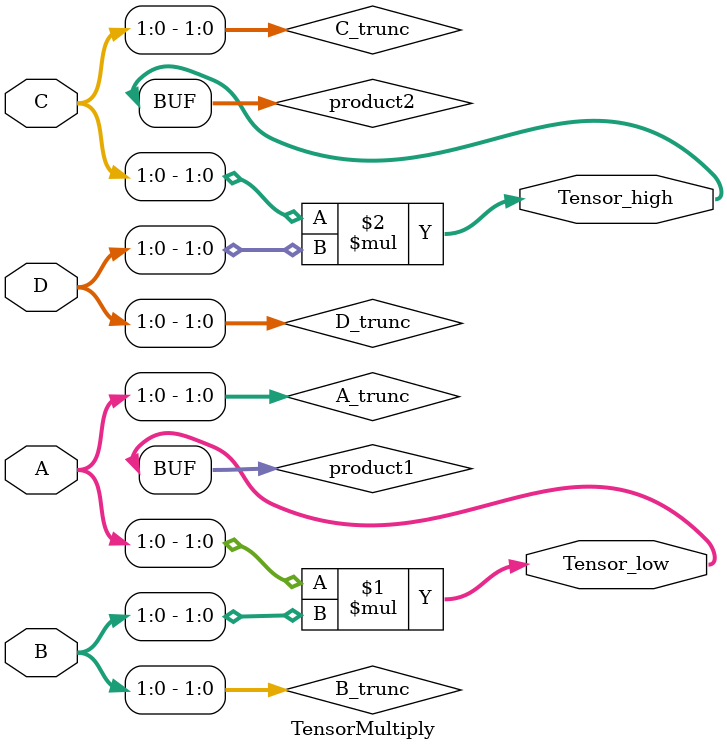
<source format=v>
module TensorMultiply(
    input  wire [3:0] A, 
    input  wire [3:0] B, 
    input  wire [2:0] C, 
    input  wire [2:0] D, 
    output wire [3:0] Tensor_high,
    output wire [3:0] Tensor_low
);
    // Truncate each input to its 2 least-significant bits.
    wire [1:0] A_trunc = A[1:0];
    wire [1:0] B_trunc = B[1:0];
    wire [1:0] C_trunc = C[1:0];
    wire [1:0] D_trunc = D[1:0];
    
    wire [3:0] product1 = A_trunc * B_trunc;
    wire [3:0] product2 = C_trunc * D_trunc;
    
    assign Tensor_high = product2;
    assign Tensor_low  = product1;
endmodule

</source>
